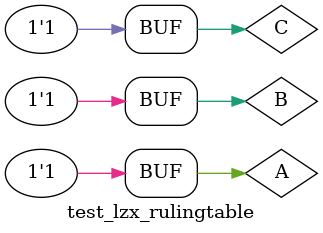
<source format=v>
`timescale 1ns / 1ps

module test_lzx_rulingtable;

    reg A, B, C;
    wire Y;

    lzx_rulingtable u3 (
        .A(A),
        .B(B),
        .C(C),
        .Y(Y)
    );

    initial begin

        A = 1'b0; B = 1'b0; C = 1'b0; #20; //(000)
        A = 1'b0; B = 1'b0; C = 1'b1; #20; //(001)
        A = 1'b0; B = 1'b1; C = 1'b0; #20; //(010)
        A = 1'b0; B = 1'b1; C = 1'b1; #20; //(011)
        A = 1'b1; B = 1'b0; C = 1'b0; #20; //(100)
        A = 1'b1; B = 1'b0; C = 1'b1; #20; //(101) 
        A = 1'b1; B = 1'b1; C = 1'b0; #20; //(110)
        A = 1'b1; B = 1'b1; C = 1'b1; #20; //(111)
    end

endmodule
</source>
